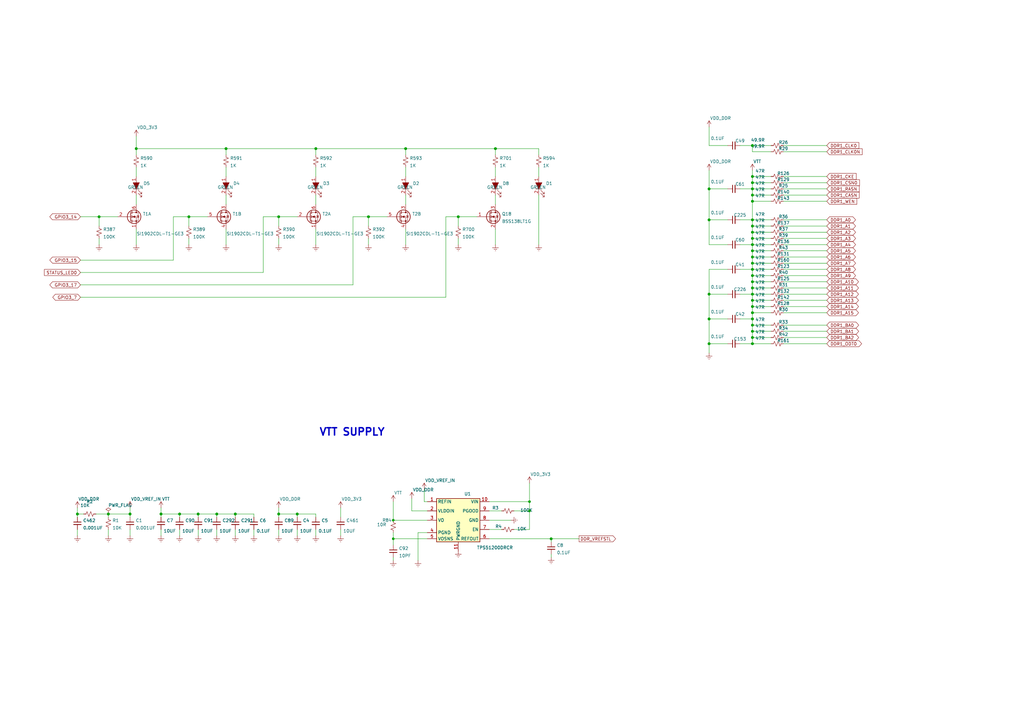
<source format=kicad_sch>
(kicad_sch (version 20210126) (generator eeschema)
  (paper "A3")
  (title_block (title "BeagleBone AI AM57x") (date "2021-01-15") (rev "Kicad-A1") (company "KiCad Services Corporation"))
  (junction (at 31.75 210.82) (diameter 1.016))
  (junction (at 40.64 88.9) (diameter 1.016))
  (junction (at 44.45 210.82) (diameter 1.016))
  (junction (at 53.34 210.82) (diameter 1.016))
  (junction (at 55.88 60.96) (diameter 1.016))
  (junction (at 66.04 210.82) (diameter 1.016))
  (junction (at 73.66 210.82) (diameter 1.016))
  (junction (at 77.47 88.9) (diameter 1.016))
  (junction (at 81.28 210.82) (diameter 1.016))
  (junction (at 88.9 210.82) (diameter 1.016))
  (junction (at 92.71 60.96) (diameter 1.016))
  (junction (at 96.52 210.82) (diameter 1.016))
  (junction (at 114.3 88.9) (diameter 1.016))
  (junction (at 114.3 210.82) (diameter 1.016))
  (junction (at 121.92 210.82) (diameter 1.016))
  (junction (at 129.54 60.96) (diameter 1.016))
  (junction (at 151.13 88.9) (diameter 1.016))
  (junction (at 161.29 213.36) (diameter 0.9144))
  (junction (at 161.29 220.98) (diameter 0.9144))
  (junction (at 166.37 60.96) (diameter 1.016))
  (junction (at 187.96 88.9) (diameter 1.016))
  (junction (at 203.2 60.96) (diameter 1.016))
  (junction (at 217.17 205.74) (diameter 0.9144))
  (junction (at 217.17 209.55) (diameter 0.9144))
  (junction (at 226.06 220.98) (diameter 1.016))
  (junction (at 290.83 77.47) (diameter 1.016))
  (junction (at 290.83 90.17) (diameter 1.016))
  (junction (at 290.83 120.65) (diameter 1.016))
  (junction (at 290.83 130.81) (diameter 1.016))
  (junction (at 290.83 140.97) (diameter 1.016))
  (junction (at 308.61 59.69) (diameter 1.016))
  (junction (at 308.61 72.39) (diameter 1.016))
  (junction (at 308.61 74.93) (diameter 1.016))
  (junction (at 308.61 77.47) (diameter 1.016))
  (junction (at 308.61 80.01) (diameter 1.016))
  (junction (at 308.61 82.55) (diameter 1.016))
  (junction (at 308.61 90.17) (diameter 1.016))
  (junction (at 308.61 92.71) (diameter 1.016))
  (junction (at 308.61 95.25) (diameter 1.016))
  (junction (at 308.61 97.79) (diameter 1.016))
  (junction (at 308.61 100.33) (diameter 1.016))
  (junction (at 308.61 102.87) (diameter 1.016))
  (junction (at 308.61 105.41) (diameter 1.016))
  (junction (at 308.61 107.95) (diameter 1.016))
  (junction (at 308.61 110.49) (diameter 1.016))
  (junction (at 308.61 113.03) (diameter 1.016))
  (junction (at 308.61 115.57) (diameter 1.016))
  (junction (at 308.61 118.11) (diameter 1.016))
  (junction (at 308.61 120.65) (diameter 1.016))
  (junction (at 308.61 123.19) (diameter 1.016))
  (junction (at 308.61 125.73) (diameter 1.016))
  (junction (at 308.61 128.27) (diameter 1.016))
  (junction (at 308.61 130.81) (diameter 1.016))
  (junction (at 308.61 133.35) (diameter 1.016))
  (junction (at 308.61 135.89) (diameter 1.016))
  (junction (at 308.61 138.43) (diameter 1.016))
  (junction (at 308.61 140.97) (diameter 1.016))
  (wire (pts (xy 31.75 208.28) (xy 31.75 210.82)))
  (wire (pts (xy 31.75 210.82) (xy 31.75 212.09)))
  (wire (pts (xy 31.75 210.82) (xy 34.29 210.82)))
  (wire (pts (xy 31.75 217.17) (xy 31.75 219.71)))
  (wire (pts (xy 33.02 88.9) (xy 40.64 88.9)))
  (wire (pts (xy 33.02 106.68) (xy 71.12 106.68)))
  (wire (pts (xy 33.02 111.76) (xy 107.95 111.76)))
  (wire (pts (xy 33.02 116.84) (xy 144.78 116.84)))
  (wire (pts (xy 33.02 121.92) (xy 182.88 121.92)))
  (wire (pts (xy 39.37 210.82) (xy 44.45 210.82)))
  (wire (pts (xy 40.64 88.9) (xy 48.26 88.9)))
  (wire (pts (xy 40.64 92.71) (xy 40.64 88.9)))
  (wire (pts (xy 40.64 97.79) (xy 40.64 100.33)))
  (wire (pts (xy 44.45 210.82) (xy 44.45 212.09)))
  (wire (pts (xy 44.45 210.82) (xy 53.34 210.82)))
  (wire (pts (xy 44.45 217.17) (xy 44.45 219.71)))
  (wire (pts (xy 53.34 210.82) (xy 53.34 208.28)))
  (wire (pts (xy 53.34 210.82) (xy 53.34 212.09)))
  (wire (pts (xy 53.34 217.17) (xy 53.34 219.71)))
  (wire (pts (xy 55.88 55.88) (xy 55.88 60.96)))
  (wire (pts (xy 55.88 60.96) (xy 55.88 63.5)))
  (wire (pts (xy 55.88 68.58) (xy 55.88 72.39)))
  (wire (pts (xy 55.88 80.01) (xy 55.88 83.82)))
  (wire (pts (xy 55.88 93.98) (xy 55.88 100.33)))
  (wire (pts (xy 66.04 210.82) (xy 66.04 208.28)))
  (wire (pts (xy 66.04 210.82) (xy 66.04 212.09)))
  (wire (pts (xy 66.04 217.17) (xy 66.04 219.71)))
  (wire (pts (xy 71.12 88.9) (xy 77.47 88.9)))
  (wire (pts (xy 71.12 106.68) (xy 71.12 88.9)))
  (wire (pts (xy 73.66 210.82) (xy 66.04 210.82)))
  (wire (pts (xy 73.66 210.82) (xy 73.66 212.09)))
  (wire (pts (xy 73.66 217.17) (xy 73.66 219.71)))
  (wire (pts (xy 77.47 88.9) (xy 85.09 88.9)))
  (wire (pts (xy 77.47 92.71) (xy 77.47 88.9)))
  (wire (pts (xy 77.47 97.79) (xy 77.47 100.33)))
  (wire (pts (xy 81.28 210.82) (xy 73.66 210.82)))
  (wire (pts (xy 81.28 210.82) (xy 81.28 212.09)))
  (wire (pts (xy 81.28 217.17) (xy 81.28 219.71)))
  (wire (pts (xy 88.9 210.82) (xy 81.28 210.82)))
  (wire (pts (xy 88.9 210.82) (xy 88.9 212.09)))
  (wire (pts (xy 88.9 217.17) (xy 88.9 219.71)))
  (wire (pts (xy 92.71 60.96) (xy 55.88 60.96)))
  (wire (pts (xy 92.71 60.96) (xy 92.71 63.5)))
  (wire (pts (xy 92.71 68.58) (xy 92.71 72.39)))
  (wire (pts (xy 92.71 80.01) (xy 92.71 83.82)))
  (wire (pts (xy 92.71 93.98) (xy 92.71 100.33)))
  (wire (pts (xy 96.52 210.82) (xy 88.9 210.82)))
  (wire (pts (xy 96.52 210.82) (xy 96.52 212.09)))
  (wire (pts (xy 96.52 217.17) (xy 96.52 219.71)))
  (wire (pts (xy 104.14 210.82) (xy 96.52 210.82)))
  (wire (pts (xy 104.14 210.82) (xy 104.14 212.09)))
  (wire (pts (xy 104.14 217.17) (xy 104.14 219.71)))
  (wire (pts (xy 107.95 88.9) (xy 114.3 88.9)))
  (wire (pts (xy 107.95 111.76) (xy 107.95 88.9)))
  (wire (pts (xy 114.3 88.9) (xy 121.92 88.9)))
  (wire (pts (xy 114.3 92.71) (xy 114.3 88.9)))
  (wire (pts (xy 114.3 97.79) (xy 114.3 100.33)))
  (wire (pts (xy 114.3 208.28) (xy 114.3 210.82)))
  (wire (pts (xy 114.3 210.82) (xy 114.3 212.09)))
  (wire (pts (xy 114.3 217.17) (xy 114.3 219.71)))
  (wire (pts (xy 121.92 210.82) (xy 114.3 210.82)))
  (wire (pts (xy 121.92 210.82) (xy 121.92 212.09)))
  (wire (pts (xy 121.92 217.17) (xy 121.92 219.71)))
  (wire (pts (xy 129.54 60.96) (xy 92.71 60.96)))
  (wire (pts (xy 129.54 60.96) (xy 129.54 63.5)))
  (wire (pts (xy 129.54 68.58) (xy 129.54 72.39)))
  (wire (pts (xy 129.54 80.01) (xy 129.54 83.82)))
  (wire (pts (xy 129.54 93.98) (xy 129.54 100.33)))
  (wire (pts (xy 129.54 210.82) (xy 121.92 210.82)))
  (wire (pts (xy 129.54 210.82) (xy 129.54 212.09)))
  (wire (pts (xy 129.54 217.17) (xy 129.54 219.71)))
  (wire (pts (xy 139.7 208.28) (xy 139.7 212.09)))
  (wire (pts (xy 139.7 217.17) (xy 139.7 219.71)))
  (wire (pts (xy 144.78 88.9) (xy 151.13 88.9)))
  (wire (pts (xy 144.78 116.84) (xy 144.78 88.9)))
  (wire (pts (xy 151.13 88.9) (xy 158.75 88.9)))
  (wire (pts (xy 151.13 92.71) (xy 151.13 88.9)))
  (wire (pts (xy 151.13 97.79) (xy 151.13 100.33)))
  (wire (pts (xy 161.29 205.74) (xy 161.29 213.36)))
  (wire (pts (xy 161.29 213.36) (xy 175.26 213.36)))
  (wire (pts (xy 161.29 218.44) (xy 161.29 220.98)))
  (wire (pts (xy 161.29 220.98) (xy 161.29 223.52)))
  (wire (pts (xy 161.29 220.98) (xy 175.26 220.98)))
  (wire (pts (xy 161.29 228.6) (xy 161.29 229.87)))
  (wire (pts (xy 166.37 60.96) (xy 129.54 60.96)))
  (wire (pts (xy 166.37 60.96) (xy 166.37 63.5)))
  (wire (pts (xy 166.37 68.58) (xy 166.37 72.39)))
  (wire (pts (xy 166.37 80.01) (xy 166.37 83.82)))
  (wire (pts (xy 166.37 93.98) (xy 166.37 100.33)))
  (wire (pts (xy 168.91 204.47) (xy 168.91 209.55)))
  (wire (pts (xy 171.45 218.44) (xy 171.45 229.87)))
  (wire (pts (xy 171.45 218.44) (xy 175.26 218.44)))
  (wire (pts (xy 173.99 205.74) (xy 173.99 200.66)))
  (wire (pts (xy 175.26 205.74) (xy 173.99 205.74)))
  (wire (pts (xy 175.26 209.55) (xy 168.91 209.55)))
  (wire (pts (xy 182.88 88.9) (xy 187.96 88.9)))
  (wire (pts (xy 182.88 121.92) (xy 182.88 88.9)))
  (wire (pts (xy 187.96 88.9) (xy 195.58 88.9)))
  (wire (pts (xy 187.96 92.71) (xy 187.96 88.9)))
  (wire (pts (xy 187.96 97.79) (xy 187.96 100.33)))
  (wire (pts (xy 200.66 205.74) (xy 217.17 205.74)))
  (wire (pts (xy 200.66 209.55) (xy 205.74 209.55)))
  (wire (pts (xy 200.66 213.36) (xy 209.55 213.36)))
  (wire (pts (xy 200.66 217.17) (xy 205.74 217.17)))
  (wire (pts (xy 200.66 220.98) (xy 226.06 220.98)))
  (wire (pts (xy 203.2 60.96) (xy 166.37 60.96)))
  (wire (pts (xy 203.2 60.96) (xy 203.2 63.5)))
  (wire (pts (xy 203.2 68.58) (xy 203.2 72.39)))
  (wire (pts (xy 203.2 80.01) (xy 203.2 83.82)))
  (wire (pts (xy 203.2 93.98) (xy 203.2 100.33)))
  (wire (pts (xy 210.82 209.55) (xy 217.17 209.55)))
  (wire (pts (xy 210.82 217.17) (xy 217.17 217.17)))
  (wire (pts (xy 217.17 198.12) (xy 217.17 205.74)))
  (wire (pts (xy 217.17 205.74) (xy 217.17 209.55)))
  (wire (pts (xy 217.17 209.55) (xy 217.17 217.17)))
  (wire (pts (xy 220.98 60.96) (xy 203.2 60.96)))
  (wire (pts (xy 220.98 60.96) (xy 220.98 63.5)))
  (wire (pts (xy 220.98 68.58) (xy 220.98 72.39)))
  (wire (pts (xy 220.98 80.01) (xy 220.98 100.33)))
  (wire (pts (xy 226.06 220.98) (xy 226.06 222.25)))
  (wire (pts (xy 226.06 220.98) (xy 237.49 220.98)))
  (wire (pts (xy 226.06 227.33) (xy 226.06 228.6)))
  (wire (pts (xy 290.83 52.07) (xy 290.83 59.69)))
  (wire (pts (xy 290.83 69.85) (xy 290.83 77.47)))
  (wire (pts (xy 290.83 90.17) (xy 290.83 77.47)))
  (wire (pts (xy 290.83 100.33) (xy 290.83 90.17)))
  (wire (pts (xy 290.83 110.49) (xy 290.83 120.65)))
  (wire (pts (xy 290.83 120.65) (xy 290.83 130.81)))
  (wire (pts (xy 290.83 120.65) (xy 298.45 120.65)))
  (wire (pts (xy 290.83 130.81) (xy 290.83 140.97)))
  (wire (pts (xy 290.83 130.81) (xy 298.45 130.81)))
  (wire (pts (xy 290.83 140.97) (xy 290.83 144.78)))
  (wire (pts (xy 290.83 140.97) (xy 298.45 140.97)))
  (wire (pts (xy 298.45 59.69) (xy 290.83 59.69)))
  (wire (pts (xy 298.45 77.47) (xy 290.83 77.47)))
  (wire (pts (xy 298.45 90.17) (xy 290.83 90.17)))
  (wire (pts (xy 298.45 100.33) (xy 290.83 100.33)))
  (wire (pts (xy 298.45 110.49) (xy 290.83 110.49)))
  (wire (pts (xy 303.53 59.69) (xy 308.61 59.69)))
  (wire (pts (xy 303.53 77.47) (xy 308.61 77.47)))
  (wire (pts (xy 303.53 90.17) (xy 308.61 90.17)))
  (wire (pts (xy 303.53 100.33) (xy 308.61 100.33)))
  (wire (pts (xy 303.53 110.49) (xy 308.61 110.49)))
  (wire (pts (xy 303.53 120.65) (xy 308.61 120.65)))
  (wire (pts (xy 303.53 130.81) (xy 308.61 130.81)))
  (wire (pts (xy 303.53 140.97) (xy 308.61 140.97)))
  (wire (pts (xy 308.61 59.69) (xy 308.61 62.23)))
  (wire (pts (xy 308.61 59.69) (xy 316.23 59.69)))
  (wire (pts (xy 308.61 62.23) (xy 316.23 62.23)))
  (wire (pts (xy 308.61 69.85) (xy 308.61 72.39)))
  (wire (pts (xy 308.61 72.39) (xy 308.61 74.93)))
  (wire (pts (xy 308.61 72.39) (xy 316.23 72.39)))
  (wire (pts (xy 308.61 74.93) (xy 308.61 77.47)))
  (wire (pts (xy 308.61 74.93) (xy 316.23 74.93)))
  (wire (pts (xy 308.61 77.47) (xy 308.61 80.01)))
  (wire (pts (xy 308.61 77.47) (xy 316.23 77.47)))
  (wire (pts (xy 308.61 80.01) (xy 308.61 82.55)))
  (wire (pts (xy 308.61 80.01) (xy 316.23 80.01)))
  (wire (pts (xy 308.61 82.55) (xy 308.61 90.17)))
  (wire (pts (xy 308.61 90.17) (xy 316.23 90.17)))
  (wire (pts (xy 308.61 92.71) (xy 308.61 90.17)))
  (wire (pts (xy 308.61 92.71) (xy 316.23 92.71)))
  (wire (pts (xy 308.61 95.25) (xy 308.61 92.71)))
  (wire (pts (xy 308.61 95.25) (xy 316.23 95.25)))
  (wire (pts (xy 308.61 97.79) (xy 308.61 95.25)))
  (wire (pts (xy 308.61 97.79) (xy 316.23 97.79)))
  (wire (pts (xy 308.61 100.33) (xy 308.61 97.79)))
  (wire (pts (xy 308.61 100.33) (xy 316.23 100.33)))
  (wire (pts (xy 308.61 102.87) (xy 308.61 100.33)))
  (wire (pts (xy 308.61 102.87) (xy 316.23 102.87)))
  (wire (pts (xy 308.61 105.41) (xy 308.61 102.87)))
  (wire (pts (xy 308.61 105.41) (xy 316.23 105.41)))
  (wire (pts (xy 308.61 107.95) (xy 308.61 105.41)))
  (wire (pts (xy 308.61 107.95) (xy 316.23 107.95)))
  (wire (pts (xy 308.61 110.49) (xy 308.61 107.95)))
  (wire (pts (xy 308.61 110.49) (xy 316.23 110.49)))
  (wire (pts (xy 308.61 113.03) (xy 308.61 110.49)))
  (wire (pts (xy 308.61 113.03) (xy 316.23 113.03)))
  (wire (pts (xy 308.61 115.57) (xy 308.61 113.03)))
  (wire (pts (xy 308.61 115.57) (xy 316.23 115.57)))
  (wire (pts (xy 308.61 118.11) (xy 308.61 115.57)))
  (wire (pts (xy 308.61 118.11) (xy 316.23 118.11)))
  (wire (pts (xy 308.61 120.65) (xy 308.61 118.11)))
  (wire (pts (xy 308.61 120.65) (xy 316.23 120.65)))
  (wire (pts (xy 308.61 123.19) (xy 308.61 120.65)))
  (wire (pts (xy 308.61 123.19) (xy 316.23 123.19)))
  (wire (pts (xy 308.61 125.73) (xy 308.61 123.19)))
  (wire (pts (xy 308.61 125.73) (xy 316.23 125.73)))
  (wire (pts (xy 308.61 128.27) (xy 308.61 125.73)))
  (wire (pts (xy 308.61 128.27) (xy 308.61 130.81)))
  (wire (pts (xy 308.61 128.27) (xy 316.23 128.27)))
  (wire (pts (xy 308.61 130.81) (xy 308.61 133.35)))
  (wire (pts (xy 308.61 133.35) (xy 316.23 133.35)))
  (wire (pts (xy 308.61 135.89) (xy 308.61 133.35)))
  (wire (pts (xy 308.61 135.89) (xy 316.23 135.89)))
  (wire (pts (xy 308.61 138.43) (xy 308.61 135.89)))
  (wire (pts (xy 308.61 138.43) (xy 316.23 138.43)))
  (wire (pts (xy 308.61 140.97) (xy 308.61 138.43)))
  (wire (pts (xy 308.61 140.97) (xy 316.23 140.97)))
  (wire (pts (xy 316.23 82.55) (xy 308.61 82.55)))
  (wire (pts (xy 321.31 59.69) (xy 339.09 59.69)))
  (wire (pts (xy 321.31 62.23) (xy 339.09 62.23)))
  (wire (pts (xy 321.31 72.39) (xy 339.09 72.39)))
  (wire (pts (xy 321.31 74.93) (xy 339.09 74.93)))
  (wire (pts (xy 321.31 77.47) (xy 339.09 77.47)))
  (wire (pts (xy 321.31 80.01) (xy 339.09 80.01)))
  (wire (pts (xy 321.31 82.55) (xy 339.09 82.55)))
  (wire (pts (xy 321.31 90.17) (xy 339.09 90.17)))
  (wire (pts (xy 321.31 92.71) (xy 339.09 92.71)))
  (wire (pts (xy 321.31 95.25) (xy 339.09 95.25)))
  (wire (pts (xy 321.31 97.79) (xy 339.09 97.79)))
  (wire (pts (xy 321.31 100.33) (xy 339.09 100.33)))
  (wire (pts (xy 321.31 102.87) (xy 339.09 102.87)))
  (wire (pts (xy 321.31 105.41) (xy 339.09 105.41)))
  (wire (pts (xy 321.31 107.95) (xy 339.09 107.95)))
  (wire (pts (xy 321.31 110.49) (xy 339.09 110.49)))
  (wire (pts (xy 321.31 113.03) (xy 339.09 113.03)))
  (wire (pts (xy 321.31 115.57) (xy 339.09 115.57)))
  (wire (pts (xy 321.31 118.11) (xy 339.09 118.11)))
  (wire (pts (xy 321.31 120.65) (xy 339.09 120.65)))
  (wire (pts (xy 321.31 123.19) (xy 339.09 123.19)))
  (wire (pts (xy 321.31 125.73) (xy 339.09 125.73)))
  (wire (pts (xy 321.31 128.27) (xy 339.09 128.27)))
  (wire (pts (xy 321.31 133.35) (xy 339.09 133.35)))
  (wire (pts (xy 321.31 135.89) (xy 339.09 135.89)))
  (wire (pts (xy 321.31 138.43) (xy 339.09 138.43)))
  (wire (pts (xy 321.31 140.97) (xy 339.09 140.97)))
  (text "VTT SUPPLY" (at 130.81 179.07 0) (effects (font (size 3 3) (thickness 0.6) bold) (justify left bottom)))
  (global_label "GPIO3_14" (shape bidirectional) (at 33.02 88.9 180) (property "Intersheet References" "${INTERSHEET_REFS}" (at 20.0115 88.8206 0) (effects (justify right))))
  (global_label "GPIO3_15" (shape bidirectional) (at 33.02 106.68 180) (property "Intersheet References" "${INTERSHEET_REFS}" (at 20.0115 106.6006 0) (effects (justify right))))
  (global_label "STATUS_LED0" (shape input) (at 33.02 111.76 180) (property "Intersheet References" "${INTERSHEET_REFS}" (at 16.6853 111.6806 0) (effects (justify right))))
  (global_label "GPIO3_17" (shape bidirectional) (at 33.02 116.84 180) (property "Intersheet References" "${INTERSHEET_REFS}" (at 20.0115 116.7606 0) (effects (justify right))))
  (global_label "GPIO3_7" (shape bidirectional) (at 33.02 121.92 180) (property "Intersheet References" "${INTERSHEET_REFS}" (at 21.221 121.8406 0) (effects (justify right))))
  (global_label "DDR_VREFSTL" (shape output) (at 237.49 220.98 0) (property "Intersheet References" "${INTERSHEET_REFS}" (at 254.0061 220.9006 0) (effects (justify left))))
  (global_label "DDR1_CLK0" (shape input) (at 339.09 59.69 0) (property "Intersheet References" "${INTERSHEET_REFS}" (at 353.7919 59.6106 0) (effects (justify left))))
  (global_label "DDR1_CLK0N" (shape input) (at 339.09 62.23 0) (property "Intersheet References" "${INTERSHEET_REFS}" (at 355.1223 62.1506 0) (effects (justify left))))
  (global_label "DDR1_CKE" (shape input) (at 339.09 72.39 0) (property "Intersheet References" "${INTERSHEET_REFS}" (at 352.7033 72.3106 0) (effects (justify left))))
  (global_label "DDR1_CSN0" (shape input) (at 339.09 74.93 0) (property "Intersheet References" "${INTERSHEET_REFS}" (at 354.0338 74.8506 0) (effects (justify left))))
  (global_label "DDR1_RASN" (shape input) (at 339.09 77.47 0) (property "Intersheet References" "${INTERSHEET_REFS}" (at 353.9128 77.3906 0) (effects (justify left))))
  (global_label "DDR1_CASN" (shape input) (at 339.09 80.01 0) (property "Intersheet References" "${INTERSHEET_REFS}" (at 353.9128 79.9306 0) (effects (justify left))))
  (global_label "DDR1_WEN" (shape input) (at 339.09 82.55 0) (property "Intersheet References" "${INTERSHEET_REFS}" (at 352.9452 82.4706 0) (effects (justify left))))
  (global_label "DDR1_A0" (shape bidirectional) (at 339.09 90.17 0) (property "Intersheet References" "${INTERSHEET_REFS}" (at 351.3123 90.0906 0) (effects (justify left))))
  (global_label "DDR1_A1" (shape bidirectional) (at 339.09 92.71 0) (property "Intersheet References" "${INTERSHEET_REFS}" (at 351.3123 92.6306 0) (effects (justify left))))
  (global_label "DDR1_A2" (shape bidirectional) (at 339.09 95.25 0) (property "Intersheet References" "${INTERSHEET_REFS}" (at 351.3123 95.1706 0) (effects (justify left))))
  (global_label "DDR1_A3" (shape bidirectional) (at 339.09 97.79 0) (property "Intersheet References" "${INTERSHEET_REFS}" (at 351.3123 97.7106 0) (effects (justify left))))
  (global_label "DDR1_A4" (shape bidirectional) (at 339.09 100.33 0) (property "Intersheet References" "${INTERSHEET_REFS}" (at 351.3123 100.2506 0) (effects (justify left))))
  (global_label "DDR1_A5" (shape bidirectional) (at 339.09 102.87 0) (property "Intersheet References" "${INTERSHEET_REFS}" (at 351.3123 102.7906 0) (effects (justify left))))
  (global_label "DDR1_A6" (shape bidirectional) (at 339.09 105.41 0) (property "Intersheet References" "${INTERSHEET_REFS}" (at 351.3123 105.3306 0) (effects (justify left))))
  (global_label "DDR1_A7" (shape bidirectional) (at 339.09 107.95 0) (property "Intersheet References" "${INTERSHEET_REFS}" (at 351.3123 107.8706 0) (effects (justify left))))
  (global_label "DDR1_A8" (shape bidirectional) (at 339.09 110.49 0) (property "Intersheet References" "${INTERSHEET_REFS}" (at 351.3123 110.4106 0) (effects (justify left))))
  (global_label "DDR1_A9" (shape bidirectional) (at 339.09 113.03 0) (property "Intersheet References" "${INTERSHEET_REFS}" (at 351.3123 112.9506 0) (effects (justify left))))
  (global_label "DDR1_A10" (shape bidirectional) (at 339.09 115.57 0) (property "Intersheet References" "${INTERSHEET_REFS}" (at 351.3123 115.4906 0) (effects (justify left))))
  (global_label "DDR1_A11" (shape bidirectional) (at 339.09 118.11 0) (property "Intersheet References" "${INTERSHEET_REFS}" (at 351.3123 118.0306 0) (effects (justify left))))
  (global_label "DDR1_A12" (shape bidirectional) (at 339.09 120.65 0) (property "Intersheet References" "${INTERSHEET_REFS}" (at 351.3123 120.5706 0) (effects (justify left))))
  (global_label "DDR1_A13" (shape bidirectional) (at 339.09 123.19 0) (property "Intersheet References" "${INTERSHEET_REFS}" (at 351.3123 123.1106 0) (effects (justify left))))
  (global_label "DDR1_A14" (shape bidirectional) (at 339.09 125.73 0) (property "Intersheet References" "${INTERSHEET_REFS}" (at 351.3123 125.6506 0) (effects (justify left))))
  (global_label "DDR1_A15" (shape bidirectional) (at 339.09 128.27 0) (property "Intersheet References" "${INTERSHEET_REFS}" (at 351.3123 128.1906 0) (effects (justify left))))
  (global_label "DDR1_BA0" (shape bidirectional) (at 339.09 133.35 0) (property "Intersheet References" "${INTERSHEET_REFS}" (at 352.5823 133.2706 0) (effects (justify left))))
  (global_label "DDR1_BA1" (shape bidirectional) (at 339.09 135.89 0) (property "Intersheet References" "${INTERSHEET_REFS}" (at 352.5823 135.8106 0) (effects (justify left))))
  (global_label "DDR1_BA2" (shape bidirectional) (at 339.09 138.43 0) (property "Intersheet References" "${INTERSHEET_REFS}" (at 352.5823 138.3506 0) (effects (justify left))))
  (global_label "DDR1_ODT0" (shape bidirectional) (at 339.09 140.97 0) (property "Intersheet References" "${INTERSHEET_REFS}" (at 353.7919 140.8906 0) (effects (justify left))))
  (symbol (lib_id "power:PWR_FLAG") (at 44.45 210.82 0) (unit 1)
    (property "Reference" "#FLG0126" (effects hide))
    (property "Value" "PWR_FLAG" (at 44.45 206.4956 0) (effects (justify left top)))
  )
  (symbol (lib_id "beaglebone-ai:VDD_DDR") (at 31.75 208.28 0) (unit 1)
    (property "Reference" "#PWR0253" (effects hide))
    (property "Value" "VDD_DDR" (at 32.1183 203.9556 0) (effects (justify left top)))
  )
  (symbol (lib_id "beaglebone-ai:DDR_VREF_IN") (at 53.34 208.28 0) (unit 1)
    (property "Reference" "#PWR0258" (effects hide))
    (property "Value" "DDR_VREF_IN" (at 53.7083 203.9556 0) (effects (justify left top)))
  )
  (symbol (lib_id "beaglebone-ai:VDD_3V3") (at 55.88 55.88 0) (unit 1)
    (property "Reference" "#PWR0272" (effects hide))
    (property "Value" "VDD_3V3" (at 56.2483 51.5556 0) (effects (justify left top)))
  )
  (symbol (lib_id "beaglebone-ai:VTT") (at 66.04 208.28 0) (unit 1)
    (property "Reference" "#PWR0257" (effects hide))
    (property "Value" "VTT" (at 66.4083 203.9556 0) (effects (justify left top)))
  )
  (symbol (lib_id "beaglebone-ai:VDD_DDR") (at 114.3 208.28 0) (unit 1)
    (property "Reference" "#PWR0284" (effects hide))
    (property "Value" "VDD_DDR" (at 114.6683 203.9556 0) (effects (justify left top)))
  )
  (symbol (lib_id "beaglebone-ai:VDD_3V3") (at 139.7 208.28 0) (unit 1)
    (property "Reference" "#PWR0261" (effects hide))
    (property "Value" "VDD_3V3" (at 140.0683 203.9556 0) (effects (justify left top)))
  )
  (symbol (lib_id "beaglebone-ai:VTT") (at 161.29 205.74 0) (unit 1)
    (property "Reference" "#PWR0264" (effects hide))
    (property "Value" "VTT" (at 161.6583 201.4156 0) (effects (justify left top)))
  )
  (symbol (lib_id "beaglebone-ai:VDD_DDR") (at 168.91 204.47 0) (unit 1)
    (property "Reference" "#PWR0281" (effects hide))
    (property "Value" "VDD_DDR" (at 169.2783 200.1456 0) (effects (justify left top)))
  )
  (symbol (lib_id "beaglebone-ai:DDR_VREF_IN") (at 173.99 200.66 0) (unit 1)
    (property "Reference" "#PWR0263" (effects hide))
    (property "Value" "DDR_VREF_IN" (at 174.3583 196.3356 0) (effects (justify left top)))
  )
  (symbol (lib_id "beaglebone-ai:VDD_3V3") (at 217.17 198.12 0) (unit 1)
    (property "Reference" "#PWR0274" (effects hide))
    (property "Value" "VDD_3V3" (at 217.5383 193.7956 0) (effects (justify left top)))
  )
  (symbol (lib_id "beaglebone-ai:VDD_DDR") (at 290.83 52.07 0) (unit 1)
    (property "Reference" "#PWR0297" (effects hide))
    (property "Value" "VDD_DDR" (at 291.1983 47.7456 0) (effects (justify left top)))
  )
  (symbol (lib_id "beaglebone-ai:VDD_DDR") (at 290.83 69.85 0) (unit 1)
    (property "Reference" "#PWR0295" (effects hide))
    (property "Value" "VDD_DDR" (at 291.1983 65.5256 0) (effects (justify left top)))
  )
  (symbol (lib_id "beaglebone-ai:VTT") (at 308.61 69.85 0) (unit 1)
    (property "Reference" "#PWR0296" (effects hide))
    (property "Value" "VTT" (at 308.9783 65.5256 0) (effects (justify left top)))
  )
  (symbol (lib_id "power:Earth") (at 31.75 219.71 0) (unit 1)
    (property "Reference" "#PWR0259" (effects hide))
    (property "Value" "Earth" (effects hide))
  )
  (symbol (lib_id "power:Earth") (at 40.64 100.33 0) (unit 1)
    (property "Reference" "#PWR0266" (effects hide))
    (property "Value" "Earth" (effects hide))
  )
  (symbol (lib_id "power:Earth") (at 44.45 219.71 0) (unit 1)
    (property "Reference" "#PWR0254" (effects hide))
    (property "Value" "Earth" (effects hide))
  )
  (symbol (lib_id "power:Earth") (at 53.34 219.71 0) (unit 1)
    (property "Reference" "#PWR0255" (effects hide))
    (property "Value" "Earth" (effects hide))
  )
  (symbol (lib_id "power:Earth") (at 55.88 100.33 0) (unit 1)
    (property "Reference" "#PWR0267" (effects hide))
    (property "Value" "Earth" (effects hide))
  )
  (symbol (lib_id "power:Earth") (at 66.04 219.71 0) (unit 1)
    (property "Reference" "#PWR0256" (effects hide))
    (property "Value" "Earth" (effects hide))
  )
  (symbol (lib_id "power:Earth") (at 73.66 219.71 0) (unit 1)
    (property "Reference" "#PWR0285" (effects hide))
    (property "Value" "Earth" (effects hide))
  )
  (symbol (lib_id "power:Earth") (at 77.47 100.33 0) (unit 1)
    (property "Reference" "#PWR0268" (effects hide))
    (property "Value" "Earth" (effects hide))
  )
  (symbol (lib_id "power:Earth") (at 81.28 219.71 0) (unit 1)
    (property "Reference" "#PWR0286" (effects hide))
    (property "Value" "Earth" (effects hide))
  )
  (symbol (lib_id "power:Earth") (at 88.9 219.71 0) (unit 1)
    (property "Reference" "#PWR0287" (effects hide))
    (property "Value" "Earth" (effects hide))
  )
  (symbol (lib_id "power:Earth") (at 92.71 100.33 0) (unit 1)
    (property "Reference" "#PWR0269" (effects hide))
    (property "Value" "Earth" (effects hide))
  )
  (symbol (lib_id "power:Earth") (at 96.52 219.71 0) (unit 1)
    (property "Reference" "#PWR0283" (effects hide))
    (property "Value" "Earth" (effects hide))
  )
  (symbol (lib_id "power:Earth") (at 104.14 219.71 0) (unit 1)
    (property "Reference" "#PWR0289" (effects hide))
    (property "Value" "Earth" (effects hide))
  )
  (symbol (lib_id "power:Earth") (at 114.3 100.33 0) (unit 1)
    (property "Reference" "#PWR0270" (effects hide))
    (property "Value" "Earth" (effects hide))
  )
  (symbol (lib_id "power:Earth") (at 114.3 219.71 0) (unit 1)
    (property "Reference" "#PWR0288" (effects hide))
    (property "Value" "Earth" (effects hide))
  )
  (symbol (lib_id "power:Earth") (at 121.92 219.71 0) (unit 1)
    (property "Reference" "#PWR0265" (effects hide))
    (property "Value" "Earth" (effects hide))
  )
  (symbol (lib_id "power:Earth") (at 129.54 100.33 0) (unit 1)
    (property "Reference" "#PWR0271" (effects hide))
    (property "Value" "Earth" (effects hide))
  )
  (symbol (lib_id "power:Earth") (at 129.54 219.71 0) (unit 1)
    (property "Reference" "#PWR0262" (effects hide))
    (property "Value" "Earth" (effects hide))
  )
  (symbol (lib_id "power:Earth") (at 139.7 219.71 0) (unit 1)
    (property "Reference" "#PWR0260" (effects hide))
    (property "Value" "Earth" (effects hide))
  )
  (symbol (lib_id "power:Earth") (at 151.13 100.33 0) (unit 1)
    (property "Reference" "#PWR0294" (effects hide))
    (property "Value" "Earth" (effects hide))
  )
  (symbol (lib_id "power:Earth") (at 161.29 229.87 0) (unit 1)
    (property "Reference" "#PWR0275" (effects hide))
    (property "Value" "Earth" (effects hide))
  )
  (symbol (lib_id "power:Earth") (at 166.37 100.33 0) (unit 1)
    (property "Reference" "#PWR0293" (effects hide))
    (property "Value" "Earth" (effects hide))
  )
  (symbol (lib_id "power:Earth") (at 171.45 229.87 0) (unit 1)
    (property "Reference" "#PWR0280" (effects hide))
    (property "Value" "Earth" (effects hide))
  )
  (symbol (lib_id "power:Earth") (at 187.96 100.33 0) (unit 1)
    (property "Reference" "#PWR0290" (effects hide))
    (property "Value" "Earth" (effects hide))
  )
  (symbol (lib_id "power:Earth") (at 187.96 226.06 0) (unit 1)
    (property "Reference" "#PWR0276" (effects hide))
    (property "Value" "Earth" (effects hide))
  )
  (symbol (lib_id "power:Earth") (at 203.2 100.33 0) (unit 1)
    (property "Reference" "#PWR0291" (effects hide))
    (property "Value" "Earth" (effects hide))
  )
  (symbol (lib_id "power:Earth") (at 209.55 213.36 90) (unit 1)
    (property "Reference" "#PWR0279" (effects hide))
    (property "Value" "Earth" (effects hide))
  )
  (symbol (lib_id "power:Earth") (at 220.98 100.33 0) (unit 1)
    (property "Reference" "#PWR0292" (effects hide))
    (property "Value" "Earth" (effects hide))
  )
  (symbol (lib_id "power:Earth") (at 226.06 228.6 0) (unit 1)
    (property "Reference" "#PWR0278" (effects hide))
    (property "Value" "Earth" (effects hide))
  )
  (symbol (lib_id "power:Earth") (at 290.83 144.78 0) (unit 1)
    (property "Reference" "#PWR0273" (effects hide))
    (property "Value" "Earth" (effects hide))
  )
  (symbol (lib_id "Device:R_Small_US") (at 36.83 210.82 90) (unit 1)
    (property "Reference" "R2" (at 36.83 205.721 90))
    (property "Value" "10K" (at 36.83 208.02 90) (effects (justify left top)))
    (property "Footprint" "beaglebone-ai:R0402" (effects hide))
    (property "Description" "RES,10K,+/-1%,1/16W,SMD0402" (effects hide))
    (property "Manufacturer" "YAGEO" (effects hide))
    (property "Manufacturer P/N" "RC0402FR-0710KL" (effects hide))
    (property "Rating" "1%" (effects hide))
  )
  (symbol (lib_id "Device:R_Small_US") (at 40.64 95.25 0) (unit 1)
    (property "Reference" "R387" (at 42.291 94.101 0) (effects (justify left)))
    (property "Value" "100K" (at 42.291 96.399 0) (effects (justify left top)))
    (property "Footprint" "beaglebone-ai:R0402" (effects hide))
    (property "Description" "RES,100K,+/-5%,1/16W,SMD0402" (effects hide))
    (property "Manufacturer" "YAGEO" (effects hide))
    (property "Manufacturer P/N" "RC0402JR-07100KL" (effects hide))
    (property "Rating" "5%" (effects hide))
  )
  (symbol (lib_id "Device:R_Small_US") (at 44.45 214.63 0) (unit 1)
    (property "Reference" "R1" (at 46.101 213.481 0) (effects (justify left)))
    (property "Value" "10K" (at 46.101 215.779 0) (effects (justify left top)))
    (property "Footprint" "beaglebone-ai:R0402" (effects hide))
    (property "Description" "RES,10K,+/-1%,1/16W,SMD0402" (effects hide))
    (property "Manufacturer" "YAGEO" (effects hide))
    (property "Manufacturer P/N" "RC0402FR-0710KL" (effects hide))
    (property "Rating" "1%" (effects hide))
  )
  (symbol (lib_id "Device:R_Small_US") (at 55.88 66.04 0) (unit 1)
    (property "Reference" "R590" (at 57.531 64.891 0) (effects (justify left)))
    (property "Value" "1K" (at 57.531 67.189 0) (effects (justify left top)))
    (property "Footprint" "beaglebone-ai:R0402" (effects hide))
    (property "Description" "RES,1K,+/-5%,1/16W,SMD0402" (effects hide))
    (property "Manufacturer" "YAGEO" (effects hide))
    (property "Manufacturer P/N" "RC0402JR-071KL" (effects hide))
    (property "Rating" "5%" (effects hide))
  )
  (symbol (lib_id "Device:R_Small_US") (at 77.47 95.25 0) (unit 1)
    (property "Reference" "R389" (at 79.121 94.101 0) (effects (justify left)))
    (property "Value" "100K" (at 79.121 96.399 0) (effects (justify left top)))
    (property "Footprint" "beaglebone-ai:R0402" (effects hide))
    (property "Description" "RES,100K,+/-5%,1/16W,SMD0402" (effects hide))
    (property "Manufacturer" "YAGEO" (effects hide))
    (property "Manufacturer P/N" "RC0402JR-07100KL" (effects hide))
    (property "Rating" "5%" (effects hide))
  )
  (symbol (lib_id "Device:R_Small_US") (at 92.71 66.04 0) (unit 1)
    (property "Reference" "R591" (at 94.361 64.891 0) (effects (justify left)))
    (property "Value" "1K" (at 94.361 67.189 0) (effects (justify left top)))
    (property "Footprint" "beaglebone-ai:R0402" (effects hide))
    (property "Description" "RES,1K,+/-5%,1/16W,SMD0402" (effects hide))
    (property "Manufacturer" "YAGEO" (effects hide))
    (property "Manufacturer P/N" "RC0402JR-071KL" (effects hide))
    (property "Rating" "5%" (effects hide))
  )
  (symbol (lib_id "Device:R_Small_US") (at 114.3 95.25 0) (unit 1)
    (property "Reference" "R390" (at 115.951 94.101 0) (effects (justify left)))
    (property "Value" "100K" (at 115.951 96.399 0) (effects (justify left top)))
    (property "Footprint" "beaglebone-ai:R0402" (effects hide))
    (property "Description" "RES,100K,+/-5%,1/16W,SMD0402" (effects hide))
    (property "Manufacturer" "YAGEO" (effects hide))
    (property "Manufacturer P/N" "RC0402JR-07100KL" (effects hide))
    (property "Rating" "5%" (effects hide))
  )
  (symbol (lib_id "Device:R_Small_US") (at 129.54 66.04 0) (unit 1)
    (property "Reference" "R592" (at 131.191 64.891 0) (effects (justify left)))
    (property "Value" "1K" (at 131.191 67.189 0) (effects (justify left top)))
    (property "Footprint" "beaglebone-ai:R0402" (effects hide))
    (property "Description" "RES,1K,+/-5%,1/16W,SMD0402" (effects hide))
    (property "Manufacturer" "YAGEO" (effects hide))
    (property "Manufacturer P/N" "RC0402JR-071KL" (effects hide))
    (property "Rating" "5%" (effects hide))
  )
  (symbol (lib_id "Device:R_Small_US") (at 151.13 95.25 0) (unit 1)
    (property "Reference" "R392" (at 152.781 94.101 0) (effects (justify left)))
    (property "Value" "100K" (at 152.781 96.399 0) (effects (justify left top)))
    (property "Footprint" "beaglebone-ai:R0402" (effects hide))
    (property "Description" "RES,100K,+/-5%,1/16W,SMD0402" (effects hide))
    (property "Manufacturer" "YAGEO" (effects hide))
    (property "Manufacturer P/N" "RC0402JR-07100KL" (effects hide))
    (property "Rating" "5%" (effects hide))
  )
  (symbol (lib_id "Device:R_Small_US") (at 161.29 215.9 180) (unit 1)
    (property "Reference" "R84" (at 158.731 213.36 0))
    (property "Value" "10R" (at 158.49 215.9 0) (effects (justify left top)))
    (property "Footprint" "beaglebone-ai:R0402" (effects hide))
    (property "Description" "RES,10R,+/-1%,1/16W,SMD0402" (effects hide))
    (property "Manufacturer" "YAGEO" (effects hide))
    (property "Manufacturer P/N" "RC0402FR-0710RL" (effects hide))
    (property "Rating" "1%" (effects hide))
  )
  (symbol (lib_id "Device:R_Small_US") (at 166.37 66.04 0) (unit 1)
    (property "Reference" "R593" (at 168.021 64.891 0) (effects (justify left)))
    (property "Value" "1K" (at 168.021 67.189 0) (effects (justify left top)))
    (property "Footprint" "beaglebone-ai:R0402" (effects hide))
    (property "Description" "RES,1K,+/-5%,1/16W,SMD0402" (effects hide))
    (property "Manufacturer" "YAGEO" (effects hide))
    (property "Manufacturer P/N" "RC0402JR-071KL" (effects hide))
    (property "Rating" "5%" (effects hide))
  )
  (symbol (lib_id "Device:R_Small_US") (at 187.96 95.25 0) (unit 1)
    (property "Reference" "R700" (at 189.611 94.101 0) (effects (justify left)))
    (property "Value" "100K" (at 189.611 96.399 0) (effects (justify left top)))
    (property "Footprint" "beaglebone-ai:R0402" (effects hide))
    (property "Description" "RES,100K,+/-5%,1/16W,SMD0402" (effects hide))
    (property "Manufacturer" "YAGEO" (effects hide))
    (property "Manufacturer P/N" "RC0402JR-07100KL" (effects hide))
    (property "Rating" "5%" (effects hide))
  )
  (symbol (lib_id "Device:R_Small_US") (at 203.2 66.04 0) (unit 1)
    (property "Reference" "R701" (at 204.851 64.891 0) (effects (justify left)))
    (property "Value" "1K" (at 204.851 67.189 0) (effects (justify left top)))
    (property "Footprint" "beaglebone-ai:R0402" (effects hide))
    (property "Description" "RES,1K,+/-5%,1/16W,SMD0402" (effects hide))
    (property "Manufacturer" "YAGEO" (effects hide))
    (property "Manufacturer P/N" "RC0402JR-071KL" (effects hide))
    (property "Rating" "5%" (effects hide))
  )
  (symbol (lib_id "Device:R_Small_US") (at 208.28 209.55 270) (unit 1)
    (property "Reference" "R3" (at 203.2 208.299 90))
    (property "Value" "100K" (at 213.36 208.54 90) (effects (justify left top)))
    (property "Footprint" "beaglebone-ai:R0402" (effects hide))
    (property "Description" "RES,100K,+/-5%,1/16W,SMD0402" (effects hide))
    (property "Manufacturer" "YAGEO" (effects hide))
    (property "Manufacturer P/N" "RC0402JR-07100KL" (effects hide))
    (property "Rating" "5%" (effects hide))
  )
  (symbol (lib_id "Device:R_Small_US") (at 208.28 217.17 270) (unit 1)
    (property "Reference" "R4" (at 204.47 215.919 90))
    (property "Value" "10K" (at 212.09 216.16 90) (effects (justify left top)))
    (property "Footprint" "beaglebone-ai:R0402" (effects hide))
    (property "Description" "RES,10K,+/-5%,1/16W,SMD0402" (effects hide))
    (property "Manufacturer" "YAGEO" (effects hide))
    (property "Manufacturer P/N" "RC0402JR-0710KL" (effects hide))
    (property "Rating" "5%" (effects hide))
  )
  (symbol (lib_id "Device:R_Small_US") (at 220.98 66.04 0) (unit 1)
    (property "Reference" "R594" (at 222.631 64.891 0) (effects (justify left)))
    (property "Value" "1K" (at 222.631 67.189 0) (effects (justify left top)))
    (property "Footprint" "beaglebone-ai:R0402" (effects hide))
    (property "Description" "RES,1K,+/-5%,1/16W,SMD0402" (effects hide))
    (property "Manufacturer" "YAGEO" (effects hide))
    (property "Manufacturer P/N" "RC0402JR-071KL" (effects hide))
    (property "Rating" "5%" (effects hide))
  )
  (symbol (lib_id "Device:R_Small_US") (at 318.77 59.69 90) (unit 1)
    (property "Reference" "R26" (at 321.31 58.401 90))
    (property "Value" "49.9R" (at 313.69 58.16 90) (effects (justify left top)))
    (property "Footprint" "beaglebone-ai:R0402" (effects hide))
    (property "Description" "RES,49R9,+/-1%,1/16W,SMD0402" (effects hide))
    (property "Manufacturer" "YAGEO" (effects hide))
    (property "Manufacturer P/N" "RC0402FR-0749R9L" (effects hide))
    (property "Rating" "1%" (effects hide))
  )
  (symbol (lib_id "Device:R_Small_US") (at 318.77 62.23 90) (unit 1)
    (property "Reference" "R29" (at 321.31 60.941 90))
    (property "Value" "49.9R" (at 313.69 60.7 90) (effects (justify left top)))
    (property "Footprint" "beaglebone-ai:R0402" (effects hide))
    (property "Description" "RES,49R9,+/-1%,1/16W,SMD0402" (effects hide))
    (property "Manufacturer" "YAGEO" (effects hide))
    (property "Manufacturer P/N" "RC0402FR-0749R9L" (effects hide))
    (property "Rating" "1%" (effects hide))
  )
  (symbol (lib_id "Device:R_Small_US") (at 318.77 72.39 90) (unit 1)
    (property "Reference" "R126" (at 321.31 71.101 90))
    (property "Value" "47R" (at 313.69 70.86 90) (effects (justify left top)))
    (property "Footprint" "beaglebone-ai:R0402" (effects hide))
    (property "Description" "RES,47R,+/-1%,1/16W,SMD0402" (effects hide))
    (property "Manufacturer" "YAGEO" (effects hide))
    (property "Manufacturer P/N" "RC0402FR-0747RL" (effects hide))
    (property "Rating" "1%" (effects hide))
  )
  (symbol (lib_id "Device:R_Small_US") (at 318.77 74.93 90) (unit 1)
    (property "Reference" "R129" (at 321.31 73.641 90))
    (property "Value" "47R" (at 313.69 73.4 90) (effects (justify left top)))
    (property "Footprint" "beaglebone-ai:R0402" (effects hide))
    (property "Description" "RES,47R,+/-1%,1/16W,SMD0402" (effects hide))
    (property "Manufacturer" "YAGEO" (effects hide))
    (property "Manufacturer P/N" "RC0402FR-0747RL" (effects hide))
    (property "Rating" "1%" (effects hide))
  )
  (symbol (lib_id "Device:R_Small_US") (at 318.77 77.47 90) (unit 1)
    (property "Reference" "R25" (at 321.31 76.181 90))
    (property "Value" "47R" (at 313.69 75.94 90) (effects (justify left top)))
    (property "Footprint" "beaglebone-ai:R0402" (effects hide))
    (property "Description" "RES,47R,+/-1%,1/16W,SMD0402" (effects hide))
    (property "Manufacturer" "YAGEO" (effects hide))
    (property "Manufacturer P/N" "RC0402FR-0747RL" (effects hide))
    (property "Rating" "1%" (effects hide))
  )
  (symbol (lib_id "Device:R_Small_US") (at 318.77 80.01 90) (unit 1)
    (property "Reference" "R140" (at 321.31 78.721 90))
    (property "Value" "47R" (at 313.69 78.48 90) (effects (justify left top)))
    (property "Footprint" "beaglebone-ai:R0402" (effects hide))
    (property "Description" "RES,47R,+/-1%,1/16W,SMD0402" (effects hide))
    (property "Manufacturer" "YAGEO" (effects hide))
    (property "Manufacturer P/N" "RC0402FR-0747RL" (effects hide))
    (property "Rating" "1%" (effects hide))
  )
  (symbol (lib_id "Device:R_Small_US") (at 318.77 82.55 90) (unit 1)
    (property "Reference" "R143" (at 321.31 81.261 90))
    (property "Value" "47R" (at 313.69 81.02 90) (effects (justify left top)))
    (property "Footprint" "beaglebone-ai:R0402" (effects hide))
    (property "Description" "RES,47R,+/-1%,1/16W,SMD0402" (effects hide))
    (property "Manufacturer" "YAGEO" (effects hide))
    (property "Manufacturer P/N" "RC0402FR-0747RL" (effects hide))
    (property "Rating" "1%" (effects hide))
  )
  (symbol (lib_id "Device:R_Small_US") (at 318.77 90.17 90) (unit 1)
    (property "Reference" "R36" (at 321.31 88.881 90))
    (property "Value" "47R" (at 313.69 88.64 90) (effects (justify left top)))
    (property "Footprint" "beaglebone-ai:R0402" (effects hide))
    (property "Description" "RES,47R,+/-1%,1/16W,SMD0402" (effects hide))
    (property "Manufacturer" "YAGEO" (effects hide))
    (property "Manufacturer P/N" "RC0402FR-0747RL" (effects hide))
    (property "Rating" "1%" (effects hide))
  )
  (symbol (lib_id "Device:R_Small_US") (at 318.77 92.71 90) (unit 1)
    (property "Reference" "R137" (at 321.31 91.421 90))
    (property "Value" "47R" (at 313.69 91.18 90) (effects (justify left top)))
    (property "Footprint" "beaglebone-ai:R0402" (effects hide))
    (property "Description" "RES,47R,+/-1%,1/16W,SMD0402" (effects hide))
    (property "Manufacturer" "YAGEO" (effects hide))
    (property "Manufacturer P/N" "RC0402FR-0747RL" (effects hide))
    (property "Rating" "1%" (effects hide))
  )
  (symbol (lib_id "Device:R_Small_US") (at 318.77 95.25 90) (unit 1)
    (property "Reference" "R37" (at 321.31 93.961 90))
    (property "Value" "47R" (at 313.69 93.72 90) (effects (justify left top)))
    (property "Footprint" "beaglebone-ai:R0402" (effects hide))
    (property "Description" "RES,47R,+/-1%,1/16W,SMD0402" (effects hide))
    (property "Manufacturer" "YAGEO" (effects hide))
    (property "Manufacturer P/N" "RC0402FR-0747RL" (effects hide))
    (property "Rating" "1%" (effects hide))
  )
  (symbol (lib_id "Device:R_Small_US") (at 318.77 97.79 90) (unit 1)
    (property "Reference" "R39" (at 321.31 96.501 90))
    (property "Value" "47R" (at 313.69 96.26 90) (effects (justify left top)))
    (property "Footprint" "beaglebone-ai:R0402" (effects hide))
    (property "Description" "RES,47R,+/-1%,1/16W,SMD0402" (effects hide))
    (property "Manufacturer" "YAGEO" (effects hide))
    (property "Manufacturer P/N" "RC0402FR-0747RL" (effects hide))
    (property "Rating" "1%" (effects hide))
  )
  (symbol (lib_id "Device:R_Small_US") (at 318.77 100.33 90) (unit 1)
    (property "Reference" "R136" (at 321.31 99.041 90))
    (property "Value" "47R" (at 313.69 98.8 90) (effects (justify left top)))
    (property "Footprint" "beaglebone-ai:R0402" (effects hide))
    (property "Description" "RES,47R,+/-1%,1/16W,SMD0402" (effects hide))
    (property "Manufacturer" "YAGEO" (effects hide))
    (property "Manufacturer P/N" "RC0402FR-0747RL" (effects hide))
    (property "Rating" "1%" (effects hide))
  )
  (symbol (lib_id "Device:R_Small_US") (at 318.77 102.87 90) (unit 1)
    (property "Reference" "R43" (at 321.31 101.581 90))
    (property "Value" "47R" (at 313.69 101.34 90) (effects (justify left top)))
    (property "Footprint" "beaglebone-ai:R0402" (effects hide))
    (property "Description" "RES,47R,+/-1%,1/16W,SMD0402" (effects hide))
    (property "Manufacturer" "YAGEO" (effects hide))
    (property "Manufacturer P/N" "RC0402FR-0747RL" (effects hide))
    (property "Rating" "1%" (effects hide))
  )
  (symbol (lib_id "Device:R_Small_US") (at 318.77 105.41 90) (unit 1)
    (property "Reference" "R131" (at 321.31 104.121 90))
    (property "Value" "47R" (at 313.69 103.88 90) (effects (justify left top)))
    (property "Footprint" "beaglebone-ai:R0402" (effects hide))
    (property "Description" "RES,47R,+/-1%,1/16W,SMD0402" (effects hide))
    (property "Manufacturer" "YAGEO" (effects hide))
    (property "Manufacturer P/N" "RC0402FR-0747RL" (effects hide))
    (property "Rating" "1%" (effects hide))
  )
  (symbol (lib_id "Device:R_Small_US") (at 318.77 107.95 90) (unit 1)
    (property "Reference" "R160" (at 321.31 106.661 90))
    (property "Value" "47R" (at 313.69 106.42 90) (effects (justify left top)))
    (property "Footprint" "beaglebone-ai:R0402" (effects hide))
    (property "Description" "RES,47R,+/-1%,1/16W,SMD0402" (effects hide))
    (property "Manufacturer" "YAGEO" (effects hide))
    (property "Manufacturer P/N" "RC0402FR-0747RL" (effects hide))
    (property "Rating" "1%" (effects hide))
  )
  (symbol (lib_id "Device:R_Small_US") (at 318.77 110.49 90) (unit 1)
    (property "Reference" "R123" (at 321.31 109.201 90))
    (property "Value" "47R" (at 313.69 108.96 90) (effects (justify left top)))
    (property "Footprint" "beaglebone-ai:R0402" (effects hide))
    (property "Description" "RES,47R,+/-1%,1/16W,SMD0402" (effects hide))
    (property "Manufacturer" "YAGEO" (effects hide))
    (property "Manufacturer P/N" "RC0402FR-0747RL" (effects hide))
    (property "Rating" "1%" (effects hide))
  )
  (symbol (lib_id "Device:R_Small_US") (at 318.77 113.03 90) (unit 1)
    (property "Reference" "R40" (at 321.31 111.741 90))
    (property "Value" "47R" (at 313.69 111.5 90) (effects (justify left top)))
    (property "Footprint" "beaglebone-ai:R0402" (effects hide))
    (property "Description" "RES,47R,+/-1%,1/16W,SMD0402" (effects hide))
    (property "Manufacturer" "YAGEO" (effects hide))
    (property "Manufacturer P/N" "RC0402FR-0747RL" (effects hide))
    (property "Rating" "1%" (effects hide))
  )
  (symbol (lib_id "Device:R_Small_US") (at 318.77 115.57 90) (unit 1)
    (property "Reference" "R125" (at 321.31 114.281 90))
    (property "Value" "47R" (at 313.69 114.04 90) (effects (justify left top)))
    (property "Footprint" "beaglebone-ai:R0402" (effects hide))
    (property "Description" "RES,47R,+/-1%,1/16W,SMD0402" (effects hide))
    (property "Manufacturer" "YAGEO" (effects hide))
    (property "Manufacturer P/N" "RC0402FR-0747RL" (effects hide))
    (property "Rating" "1%" (effects hide))
  )
  (symbol (lib_id "Device:R_Small_US") (at 318.77 118.11 90) (unit 1)
    (property "Reference" "R31" (at 321.31 116.821 90))
    (property "Value" "47R" (at 313.69 116.58 90) (effects (justify left top)))
    (property "Footprint" "beaglebone-ai:R0402" (effects hide))
    (property "Description" "RES,47R,+/-1%,1/16W,SMD0402" (effects hide))
    (property "Manufacturer" "YAGEO" (effects hide))
    (property "Manufacturer P/N" "RC0402FR-0747RL" (effects hide))
    (property "Rating" "1%" (effects hide))
  )
  (symbol (lib_id "Device:R_Small_US") (at 318.77 120.65 90) (unit 1)
    (property "Reference" "R132" (at 321.31 119.361 90))
    (property "Value" "47R" (at 313.69 119.12 90) (effects (justify left top)))
    (property "Footprint" "beaglebone-ai:R0402" (effects hide))
    (property "Description" "RES,47R,+/-1%,1/16W,SMD0402" (effects hide))
    (property "Manufacturer" "YAGEO" (effects hide))
    (property "Manufacturer P/N" "RC0402FR-0747RL" (effects hide))
    (property "Rating" "1%" (effects hide))
  )
  (symbol (lib_id "Device:R_Small_US") (at 318.77 123.19 90) (unit 1)
    (property "Reference" "R142" (at 321.31 121.901 90))
    (property "Value" "47R" (at 313.69 121.66 90) (effects (justify left top)))
    (property "Footprint" "beaglebone-ai:R0402" (effects hide))
    (property "Description" "RES,47R,+/-1%,1/16W,SMD0402" (effects hide))
    (property "Manufacturer" "YAGEO" (effects hide))
    (property "Manufacturer P/N" "RC0402FR-0747RL" (effects hide))
    (property "Rating" "1%" (effects hide))
  )
  (symbol (lib_id "Device:R_Small_US") (at 318.77 125.73 90) (unit 1)
    (property "Reference" "R128" (at 321.31 124.441 90))
    (property "Value" "47R" (at 313.69 124.2 90) (effects (justify left top)))
    (property "Footprint" "beaglebone-ai:R0402" (effects hide))
    (property "Description" "RES,47R,+/-1%,1/16W,SMD0402" (effects hide))
    (property "Manufacturer" "YAGEO" (effects hide))
    (property "Manufacturer P/N" "RC0402FR-0747RL" (effects hide))
    (property "Rating" "1%" (effects hide))
  )
  (symbol (lib_id "Device:R_Small_US") (at 318.77 128.27 90) (unit 1)
    (property "Reference" "R30" (at 321.31 126.981 90))
    (property "Value" "47R" (at 313.69 126.74 90) (effects (justify left top)))
    (property "Footprint" "beaglebone-ai:R0402" (effects hide))
    (property "Description" "RES,47R,+/-1%,1/16W,SMD0402" (effects hide))
    (property "Manufacturer" "YAGEO" (effects hide))
    (property "Manufacturer P/N" "RC0402FR-0747RL" (effects hide))
    (property "Rating" "1%" (effects hide))
  )
  (symbol (lib_id "Device:R_Small_US") (at 318.77 133.35 90) (unit 1)
    (property "Reference" "R33" (at 321.31 132.061 90))
    (property "Value" "47R" (at 313.69 131.82 90) (effects (justify left top)))
    (property "Footprint" "beaglebone-ai:R0402" (effects hide))
    (property "Description" "RES,47R,+/-1%,1/16W,SMD0402" (effects hide))
    (property "Manufacturer" "YAGEO" (effects hide))
    (property "Manufacturer P/N" "RC0402FR-0747RL" (effects hide))
    (property "Rating" "1%" (effects hide))
  )
  (symbol (lib_id "Device:R_Small_US") (at 318.77 135.89 90) (unit 1)
    (property "Reference" "R34" (at 321.31 134.601 90))
    (property "Value" "47R" (at 313.69 134.36 90) (effects (justify left top)))
    (property "Footprint" "beaglebone-ai:R0402" (effects hide))
    (property "Description" "RES,47R,+/-1%,1/16W,SMD0402" (effects hide))
    (property "Manufacturer" "YAGEO" (effects hide))
    (property "Manufacturer P/N" "RC0402FR-0747RL" (effects hide))
    (property "Rating" "1%" (effects hide))
  )
  (symbol (lib_id "Device:R_Small_US") (at 318.77 138.43 90) (unit 1)
    (property "Reference" "R42" (at 321.31 137.141 90))
    (property "Value" "47R" (at 313.69 136.9 90) (effects (justify left top)))
    (property "Footprint" "beaglebone-ai:R0402" (effects hide))
    (property "Description" "RES,47R,+/-1%,1/16W,SMD0402" (effects hide))
    (property "Manufacturer" "YAGEO" (effects hide))
    (property "Manufacturer P/N" "RC0402FR-0747RL" (effects hide))
    (property "Rating" "1%" (effects hide))
  )
  (symbol (lib_id "Device:R_Small_US") (at 318.77 140.97 90) (unit 1)
    (property "Reference" "R161" (at 321.31 139.681 90))
    (property "Value" "47R" (at 313.69 139.44 90) (effects (justify left top)))
    (property "Footprint" "beaglebone-ai:R0402" (effects hide))
    (property "Description" "RES,47R,+/-1%,1/16W,SMD0402" (effects hide))
    (property "Manufacturer" "YAGEO" (effects hide))
    (property "Manufacturer P/N" "RC0402FR-0747RL" (effects hide))
    (property "Rating" "1%" (effects hide))
  )
  (symbol (lib_id "Device:C_Small") (at 31.75 214.63 0) (unit 1)
    (property "Reference" "C462" (at 34.074 213.481 0) (effects (justify left)))
    (property "Value" "0.001UF" (at 34.074 215.779 0) (effects (justify left top)))
    (property "Footprint" "beaglebone-ai:C0402" (effects hide))
    (property "Description" "CAP,1NF,+/-10%,X7R,50V,SMD0402" (effects hide))
    (property "Manufacturer" "Murata" (effects hide))
    (property "Manufacturer P/N" "GRM155R71H102KA01D" (effects hide))
    (property "Rating" "50V,X7R" (effects hide))
  )
  (symbol (lib_id "Device:C_Small") (at 53.34 214.63 0) (unit 1)
    (property "Reference" "C1" (at 55.664 213.481 0) (effects (justify left)))
    (property "Value" "0.001UF" (at 55.664 215.779 0) (effects (justify left top)))
    (property "Footprint" "beaglebone-ai:C0402" (effects hide))
    (property "Description" "CAP,1NF,+/-10%,X7R,50V,SMD0402" (effects hide))
    (property "Manufacturer" "Murata" (effects hide))
    (property "Manufacturer P/N" "GRM155R71H102KA01D" (effects hide))
    (property "Rating" "50V,X7R" (effects hide))
  )
  (symbol (lib_id "Device:C_Small") (at 66.04 214.63 0) (unit 1)
    (property "Reference" "C7" (at 68.364 213.481 0) (effects (justify left)))
    (property "Value" "10UF" (at 67.094 217.049 0) (effects (justify left top)))
    (property "Footprint" "beaglebone-ai:C0603" (effects hide))
    (property "Description" "CAP,10UF,+/-10%,X5R,10V,SMD0603" (effects hide))
    (property "Manufacturer" "Murata" (effects hide))
    (property "Manufacturer P/N" "GRM188R61A106KE69D" (effects hide))
    (property "Rating" "10V,X5R" (effects hide))
  )
  (symbol (lib_id "Device:C_Small") (at 73.66 214.63 0) (unit 1)
    (property "Reference" "C90" (at 75.984 213.481 0) (effects (justify left)))
    (property "Value" "10UF" (at 74.714 217.049 0) (effects (justify left top)))
    (property "Footprint" "beaglebone-ai:C0603" (effects hide))
    (property "Description" "CAP,10UF,+/-10%,X5R,10V,SMD0603" (effects hide))
    (property "Manufacturer" "Murata" (effects hide))
    (property "Manufacturer P/N" "GRM188R61A106KE69D" (effects hide))
    (property "Rating" "10V,X5R" (effects hide))
  )
  (symbol (lib_id "Device:C_Small") (at 81.28 214.63 0) (unit 1)
    (property "Reference" "C91" (at 83.604 213.481 0) (effects (justify left)))
    (property "Value" "10UF" (at 82.334 217.049 0) (effects (justify left top)))
    (property "Footprint" "beaglebone-ai:C0603" (effects hide))
    (property "Description" "CAP,10UF,+/-10%,X5R,10V,SMD0603" (effects hide))
    (property "Manufacturer" "Murata" (effects hide))
    (property "Manufacturer P/N" "GRM188R61A106KE69D" (effects hide))
    (property "Rating" "10V,X5R" (effects hide))
  )
  (symbol (lib_id "Device:C_Small") (at 88.9 214.63 0) (unit 1)
    (property "Reference" "C292" (at 91.224 213.481 0) (effects (justify left)))
    (property "Value" "10UF" (at 89.954 217.049 0) (effects (justify left top)))
    (property "Footprint" "beaglebone-ai:C0603" (effects hide))
    (property "Description" "CAP,10UF,+/-10%,X5R,10V,SMD0603" (effects hide))
    (property "Manufacturer" "Murata" (effects hide))
    (property "Manufacturer P/N" "GRM188R61A106KE69D" (effects hide))
    (property "Rating" "10V,X5R" (effects hide))
  )
  (symbol (lib_id "Device:C_Small") (at 96.52 214.63 0) (unit 1)
    (property "Reference" "C291" (at 98.844 213.481 0) (effects (justify left)))
    (property "Value" "10UF" (at 97.574 217.049 0) (effects (justify left top)))
    (property "Footprint" "beaglebone-ai:C0603" (effects hide))
    (property "Description" "CAP,10UF,+/-10%,X5R,10V,SMD0603" (effects hide))
    (property "Manufacturer" "Murata" (effects hide))
    (property "Manufacturer P/N" "GRM188R61A106KE69D" (effects hide))
    (property "Rating" "10V,X5R" (effects hide))
  )
  (symbol (lib_id "Device:C_Small") (at 104.14 214.63 0) (unit 1)
    (property "Reference" "C6" (at 106.464 213.481 0) (effects (justify left)))
    (property "Value" "0.1UF" (at 105.194 217.049 0) (effects (justify left top)))
    (property "Footprint" "beaglebone-ai:C0402" (effects hide))
    (property "Description" "CAP,100NF,+/-10%,X7R,16V,SMD0402" (effects hide))
    (property "Manufacturer" "Murata" (effects hide))
    (property "Manufacturer P/N" "GRM155R71C104KA88D" (effects hide))
    (property "Rating" "16V,X7R" (effects hide))
  )
  (symbol (lib_id "Device:C_Small") (at 114.3 214.63 0) (unit 1)
    (property "Reference" "C89" (at 116.624 213.481 0) (effects (justify left)))
    (property "Value" "10UF" (at 115.354 217.049 0) (effects (justify left top)))
    (property "Footprint" "beaglebone-ai:C0603" (effects hide))
    (property "Description" "CAP,10UF,+/-10%,X5R,10V,SMD0603" (effects hide))
    (property "Manufacturer" "Murata" (effects hide))
    (property "Manufacturer P/N" "GRM188R61A106KE69D" (effects hide))
    (property "Rating" "10V,X5R" (effects hide))
  )
  (symbol (lib_id "Device:C_Small") (at 121.92 214.63 0) (unit 1)
    (property "Reference" "C4" (at 124.244 213.481 0) (effects (justify left)))
    (property "Value" "10UF" (at 122.974 217.049 0) (effects (justify left top)))
    (property "Footprint" "beaglebone-ai:C0603" (effects hide))
    (property "Description" "CAP,10UF,+/-10%,X5R,10V,SMD0603" (effects hide))
    (property "Manufacturer" "Murata" (effects hide))
    (property "Manufacturer P/N" "GRM188R61A106KE69D" (effects hide))
    (property "Rating" "10V,X5R" (effects hide))
  )
  (symbol (lib_id "Device:C_Small") (at 129.54 214.63 0) (unit 1)
    (property "Reference" "C5" (at 131.864 213.481 0) (effects (justify left)))
    (property "Value" "0.1UF" (at 130.594 217.049 0) (effects (justify left top)))
    (property "Footprint" "beaglebone-ai:C0402" (effects hide))
    (property "Description" "CAP,100NF,+/-10%,X7R,16V,SMD0402" (effects hide))
    (property "Manufacturer" "Murata" (effects hide))
    (property "Manufacturer P/N" "GRM155R71C104KA88D" (effects hide))
    (property "Rating" "16V,X7R" (effects hide))
  )
  (symbol (lib_id "Device:C_Small") (at 139.7 214.63 0) (unit 1)
    (property "Reference" "C461" (at 142.024 213.481 0) (effects (justify left)))
    (property "Value" "10UF" (at 140.754 217.049 0) (effects (justify left top)))
    (property "Footprint" "beaglebone-ai:C0603" (effects hide))
    (property "Description" "CAP,10UF,+/-10%,X5R,10V,SMD0603" (effects hide))
    (property "Manufacturer" "Murata" (effects hide))
    (property "Manufacturer P/N" "GRM188R61A106KE69D" (effects hide))
    (property "Rating" "10V,X5R" (effects hide))
  )
  (symbol (lib_id "Device:C_Small") (at 161.29 226.06 0) (unit 1)
    (property "Reference" "C92" (at 163.614 224.911 0) (effects (justify left)))
    (property "Value" "10PF" (at 163.614 227.209 0) (effects (justify left top)))
    (property "Footprint" "beaglebone-ai:C0402" (effects hide))
    (property "Description" "CAP,10PF,+/-5%,C0G,50V,SMD0402" (effects hide))
    (property "Manufacturer" "MURATA" (effects hide))
    (property "Manufacturer P/N" "GRM1555C1H100JA01D" (effects hide))
    (property "Rating" "50V,C0G" (effects hide))
  )
  (symbol (lib_id "Device:C_Small") (at 226.06 224.79 0) (unit 1)
    (property "Reference" "C8" (at 228.384 223.641 0) (effects (justify left)))
    (property "Value" "0.1UF" (at 228.384 225.939 0) (effects (justify left top)))
    (property "Footprint" "beaglebone-ai:C0402" (effects hide))
    (property "Description" "CAP,100NF,+/-10%,X7R,16V,SMD0402" (effects hide))
    (property "Manufacturer" "Murata" (effects hide))
    (property "Manufacturer P/N" "GRM155R71C104KA88D" (effects hide))
    (property "Rating" "16V,X7R" (effects hide))
  )
  (symbol (lib_id "Device:C_Small") (at 300.99 59.69 90) (unit 1)
    (property "Reference" "C49" (at 303.53 57.728 90))
    (property "Value" "0.1UF" (at 297.18 57.486 90) (effects (justify left top)))
    (property "Footprint" "beaglebone-ai:C0402" (effects hide))
    (property "Description" "CAP,100NF,+/-10%,X7R,16V,SMD0402" (effects hide))
    (property "Manufacturer" "Murata" (effects hide))
    (property "Manufacturer P/N" "GRM155R71C104KA88D" (effects hide))
    (property "Rating" "16V,X7R" (effects hide))
  )
  (symbol (lib_id "Device:C_Small") (at 300.99 77.47 90) (unit 1)
    (property "Reference" "C61" (at 303.53 75.508 90))
    (property "Value" "0.1UF" (at 297.18 75.266 90) (effects (justify left top)))
    (property "Footprint" "beaglebone-ai:C0402" (effects hide))
    (property "Description" "CAP,100NF,+/-10%,X7R,16V,SMD0402" (effects hide))
    (property "Manufacturer" "Murata" (effects hide))
    (property "Manufacturer P/N" "GRM155R71C104KA88D" (effects hide))
    (property "Rating" "16V,X7R" (effects hide))
  )
  (symbol (lib_id "Device:C_Small") (at 300.99 90.17 90) (unit 1)
    (property "Reference" "C225" (at 303.53 88.208 90))
    (property "Value" "0.1UF" (at 297.18 87.966 90) (effects (justify left top)))
    (property "Footprint" "beaglebone-ai:C0402" (effects hide))
    (property "Description" "CAP,100NF,+/-10%,X7R,16V,SMD0402" (effects hide))
    (property "Manufacturer" "Murata" (effects hide))
    (property "Manufacturer P/N" "GRM155R71C104KA88D" (effects hide))
    (property "Rating" "16V,X7R" (effects hide))
  )
  (symbol (lib_id "Device:C_Small") (at 300.99 100.33 90) (unit 1)
    (property "Reference" "C60" (at 303.53 98.368 90))
    (property "Value" "0.1UF" (at 297.18 98.126 90) (effects (justify left top)))
    (property "Footprint" "beaglebone-ai:C0402" (effects hide))
    (property "Description" "CAP,100NF,+/-10%,X7R,16V,SMD0402" (effects hide))
    (property "Manufacturer" "Murata" (effects hide))
    (property "Manufacturer P/N" "GRM155R71C104KA88D" (effects hide))
    (property "Rating" "16V,X7R" (effects hide))
  )
  (symbol (lib_id "Device:C_Small") (at 300.99 110.49 90) (unit 1)
    (property "Reference" "C41" (at 303.53 108.528 90))
    (property "Value" "0.1UF" (at 297.18 108.286 90) (effects (justify left top)))
    (property "Footprint" "beaglebone-ai:C0402" (effects hide))
    (property "Description" "CAP,100NF,+/-10%,X7R,16V,SMD0402" (effects hide))
    (property "Manufacturer" "Murata" (effects hide))
    (property "Manufacturer P/N" "GRM155R71C104KA88D" (effects hide))
    (property "Rating" "16V,X7R" (effects hide))
  )
  (symbol (lib_id "Device:C_Small") (at 300.99 120.65 90) (unit 1)
    (property "Reference" "C226" (at 303.53 118.688 90))
    (property "Value" "0.1UF" (at 297.18 118.446 90) (effects (justify left top)))
    (property "Footprint" "beaglebone-ai:C0402" (effects hide))
    (property "Description" "CAP,100NF,+/-10%,X7R,16V,SMD0402" (effects hide))
    (property "Manufacturer" "Murata" (effects hide))
    (property "Manufacturer P/N" "GRM155R71C104KA88D" (effects hide))
    (property "Rating" "16V,X7R" (effects hide))
  )
  (symbol (lib_id "Device:C_Small") (at 300.99 130.81 90) (unit 1)
    (property "Reference" "C42" (at 303.53 128.848 90))
    (property "Value" "0.1UF" (at 297.18 128.606 90) (effects (justify left top)))
    (property "Footprint" "beaglebone-ai:C0402" (effects hide))
    (property "Description" "CAP,100NF,+/-10%,X7R,16V,SMD0402" (effects hide))
    (property "Manufacturer" "Murata" (effects hide))
    (property "Manufacturer P/N" "GRM155R71C104KA88D" (effects hide))
    (property "Rating" "16V,X7R" (effects hide))
  )
  (symbol (lib_id "Device:C_Small") (at 300.99 140.97 90) (unit 1)
    (property "Reference" "C153" (at 303.53 139.008 90))
    (property "Value" "0.1UF" (at 297.18 138.766 90) (effects (justify left top)))
    (property "Footprint" "beaglebone-ai:C0402" (effects hide))
    (property "Description" "CAP,100NF,+/-10%,X7R,16V,SMD0402" (effects hide))
    (property "Manufacturer" "Murata" (effects hide))
    (property "Manufacturer P/N" "GRM155R71C104KA88D" (effects hide))
    (property "Rating" "16V,X7R" (effects hide))
  )
  (symbol (lib_id "beaglebone-ai:LED_21_ALT") (at 55.88 76.2 90) (unit 1)
    (property "Reference" "D5" (at 58.801 75.241 90) (effects (justify right)))
    (property "Value" "GREEN" (at 58.801 77.54 90) (effects (justify left top)))
    (property "Footprint" "beaglebone-ai:D0603" (effects hide))
    (property "Description" "LED,Super Yellow Green,Water Clear,20mA,SMD0603" (effects hide))
    (property "Manufacturer" "Everlight" (effects hide))
    (property "Manufacturer P/N" "19-217/G7C-AN1P2/3T" (effects hide))
    (property "Rating" "20mA" (effects hide))
  )
  (symbol (lib_id "beaglebone-ai:LED_21_ALT") (at 92.71 76.2 90) (unit 1)
    (property "Reference" "D4" (at 95.631 75.241 90) (effects (justify right)))
    (property "Value" "GREEN" (at 95.631 77.54 90) (effects (justify left top)))
    (property "Footprint" "beaglebone-ai:D0603" (effects hide))
    (property "Description" "LED,Super Yellow Green,Water Clear,20mA,SMD0603" (effects hide))
    (property "Manufacturer" "Everlight" (effects hide))
    (property "Manufacturer P/N" "19-217/G7C-AN1P2/3T" (effects hide))
    (property "Rating" "20mA" (effects hide))
  )
  (symbol (lib_id "beaglebone-ai:LED_21_ALT") (at 129.54 76.2 90) (unit 1)
    (property "Reference" "D3" (at 132.461 75.241 90) (effects (justify right)))
    (property "Value" "GREEN" (at 132.461 77.54 90) (effects (justify left top)))
    (property "Footprint" "beaglebone-ai:D0603" (effects hide))
    (property "Description" "LED,Super Yellow Green,Water Clear,20mA,SMD0603" (effects hide))
    (property "Manufacturer" "Everlight" (effects hide))
    (property "Manufacturer P/N" "19-217/G7C-AN1P2/3T" (effects hide))
    (property "Rating" "20mA" (effects hide))
  )
  (symbol (lib_id "beaglebone-ai:LED_21_ALT") (at 166.37 76.2 90) (unit 1)
    (property "Reference" "D2" (at 169.291 75.241 90) (effects (justify right)))
    (property "Value" "GREEN" (at 169.291 77.54 90) (effects (justify left top)))
    (property "Footprint" "beaglebone-ai:D0603" (effects hide))
    (property "Description" "LED,Super Yellow Green,Water Clear,20mA,SMD0603" (effects hide))
    (property "Manufacturer" "Everlight" (effects hide))
    (property "Manufacturer P/N" "19-217/G7C-AN1P2/3T" (effects hide))
    (property "Rating" "20mA" (effects hide))
  )
  (symbol (lib_id "beaglebone-ai:LED_21_ALT") (at 203.2 76.2 90) (unit 1)
    (property "Reference" "D8" (at 206.121 75.241 90) (effects (justify right)))
    (property "Value" "GREEN" (at 206.121 77.54 90) (effects (justify left top)))
    (property "Footprint" "beaglebone-ai:D0603" (effects hide))
    (property "Description" "LED,Super Yellow Green,Water Clear,20mA,SMD0603" (effects hide))
    (property "Manufacturer" "Everlight" (effects hide))
    (property "Manufacturer P/N" "19-217/G7C-AN1P2/3T" (effects hide))
    (property "Rating" "20mA" (effects hide))
  )
  (symbol (lib_id "beaglebone-ai:LED_21_ALT") (at 220.98 76.2 90) (unit 1)
    (property "Reference" "D1" (at 223.901 75.241 90) (effects (justify right)))
    (property "Value" "GREEN" (at 223.901 77.54 90) (effects (justify left top)))
    (property "Footprint" "beaglebone-ai:D0603" (effects hide))
    (property "Description" "LED,Super Yellow Green,Water Clear,20mA,SMD0603" (effects hide))
    (property "Manufacturer" "Everlight" (effects hide))
    (property "Manufacturer P/N" "19-217/G7C-AN1P2/3T" (effects hide))
    (property "Rating" "20mA" (effects hide))
  )
  (symbol (lib_id "Device:Q_DUAL_NMOS_S1G1D2S2G2D1") (at 53.34 88.9 0) (unit 1)
    (property "Reference" "T1" (at 58.547 87.751 0) (effects (justify left)))
    (property "Value" "SI1902CDL-T1-GE3" (at 56.007 95.129 0) (effects (justify left top)))
    (property "Footprint" "beaglebone-ai:SOT363_6" (effects hide))
    (property "Description" "Mosfet,N-Channel,Si1902CDL-T1-GE3,20V,385mohm,1.5A,SOT-363,SMD" (effects hide))
    (property "Manufacturer" "VISHAY" (effects hide))
    (property "Manufacturer P/N" "Si1902CDL-T1-GE3" (effects hide))
  )
  (symbol (lib_id "Device:Q_DUAL_NMOS_S1G1D2S2G2D1") (at 90.17 88.9 0) (unit 2)
    (property "Reference" "T1" (at 95.377 87.751 0) (effects (justify left)))
    (property "Value" "SI1902CDL-T1-GE3" (at 92.837 95.129 0) (effects (justify left top)))
    (property "Footprint" "beaglebone-ai:SOT363_6" (effects hide))
    (property "Description" "Mosfet,N-Channel,Si1902CDL-T1-GE3,20V,385mohm,1.5A,SOT-363,SMD" (effects hide))
    (property "Manufacturer" "VISHAY" (effects hide))
    (property "Manufacturer P/N" "Si1902CDL-T1-GE3" (effects hide))
  )
  (symbol (lib_id "Device:Q_DUAL_NMOS_S1G1D2S2G2D1") (at 127 88.9 0) (unit 1)
    (property "Reference" "T2" (at 132.207 87.751 0) (effects (justify left)))
    (property "Value" "SI1902CDL-T1-GE3" (at 129.667 95.129 0) (effects (justify left top)))
    (property "Footprint" "beaglebone-ai:SOT363_6" (effects hide))
    (property "Description" "Mosfet,N-Channel,Si1902CDL-T1-GE3,20V,385mohm,1.5A,SOT-363,SMD" (effects hide))
    (property "Manufacturer" "VISHAY" (effects hide))
    (property "Manufacturer P/N" "Si1902CDL-T1-GE3" (effects hide))
  )
  (symbol (lib_id "Device:Q_DUAL_NMOS_S1G1D2S2G2D1") (at 163.83 88.9 0) (unit 2)
    (property "Reference" "T2" (at 169.037 87.751 0) (effects (justify left)))
    (property "Value" "SI1902CDL-T1-GE3" (at 166.497 95.129 0) (effects (justify left top)))
    (property "Footprint" "beaglebone-ai:SOT363_6" (effects hide))
    (property "Description" "Mosfet,N-Channel,Si1902CDL-T1-GE3,20V,385mohm,1.5A,SOT-363,SMD" (effects hide))
    (property "Manufacturer" "VISHAY" (effects hide))
    (property "Manufacturer P/N" "Si1902CDL-T1-GE3" (effects hide))
  )
  (symbol (lib_id "Transistor_FET:BSS138") (at 200.66 88.9 0) (unit 1)
    (property "Reference" "Q18" (at 205.867 87.751 0) (effects (justify left)))
    (property "Value" "BSS138LT1G" (at 205.867 90.049 0) (effects (justify left top)))
    (property "Footprint" "beaglebone-ai:SOT95P240X111-3N" (effects hide))
    (property "Datasheet" "https://www.fairchildsemi.com/datasheets/BS/BSS138.pdf" (effects hide))
    (property "Description" "Mosfet,N-Channel,BSS138LT1G,50V,0.2A,SOT-23,SMD" (effects hide))
    (property "Manufacturer" "ON" (effects hide))
    (property "Manufacturer P/N" "BSS138LT1G" (effects hide))
  )
  (symbol (lib_id "beaglebone-ai:TPS51200DRC") (at 187.96 213.36 0) (unit 1)
    (property "Reference" "U1" (at 191.77 202.546 0))
    (property "Value" "TPS51200DRCR" (at 195.58 223.8945 0) (effects (justify left top)))
    (property "Footprint" "beaglebone-ai:VSON50P300X300X100-11N" (effects hide))
    (property "Datasheet" "http://www.ti.com/lit/ds/symlink/tps51200.pdf" (effects hide))
    (property "Description" "IC Sink and Source DDR Termination Regulator VSON-10 SMD" (effects hide))
    (property "Manufacturer" "TI" (effects hide))
    (property "Manufacturer P/N" "TPS51200DRCRG4" (effects hide))
  )
)
</source>
